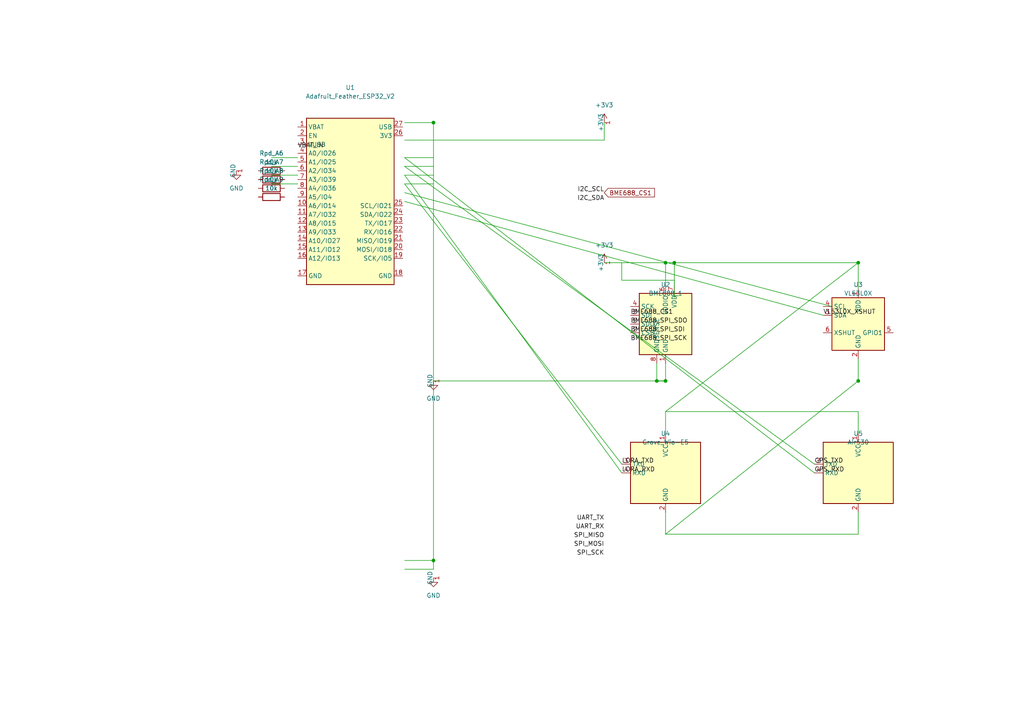
<source format=kicad_sch>
(kicad_sch (version 20231120) (generator "eeschema") (generator_version "8.0")
  (paper "A4")
  (lib_symbols
    (symbol "MCU_Module:Adafruit_Feather_ESP32_V2"
      (property "Reference" "U" (at -12.7 25.4 0))
      (property "Value" "Adafruit_Feather_ESP32_V2" (at 0 -25.4 0))
      (symbol "Adafruit_Feather_ESP32_V2_0_1"
        (rectangle (start -12.7 24.13) (end 12.7 -24.13) (stroke (width 0.254)) (fill (type background)))
      )
      (symbol "Adafruit_Feather_ESP32_V2_1_1"
        (pin power_out line (at -15.24 21.59 0) (length 2.54) (name "VBAT") (number "1"))
        (pin bidirectional line (at -15.24 -1.27 0) (length 2.54) (name "A6/IO14") (number "10"))
        (pin bidirectional line (at -15.24 -3.81 0) (length 2.54) (name "A7/IO32") (number "11"))
        (pin bidirectional line (at -15.24 -6.35 0) (length 2.54) (name "A8/IO15") (number "12"))
        (pin bidirectional line (at -15.24 -8.89 0) (length 2.54) (name "A9/IO33") (number "13"))
        (pin bidirectional line (at -15.24 -11.43 0) (length 2.54) (name "A10/IO27") (number "14"))
        (pin bidirectional line (at -15.24 -13.97 0) (length 2.54) (name "A11/IO12") (number "15"))
        (pin bidirectional line (at -15.24 -16.51 0) (length 2.54) (name "A12/IO13") (number "16"))
        (pin power_in line (at -15.24 -21.59 0) (length 2.54) (name "GND") (number "17"))
        (pin power_in line (at 15.24 -21.59 180) (length 2.54) (name "GND") (number "18"))
        (pin bidirectional line (at 15.24 -16.51 180) (length 2.54) (name "SCK/IO5") (number "19"))
        (pin input line (at -15.24 19.05 0) (length 2.54) (name "EN") (number "2"))
        (pin bidirectional line (at 15.24 -13.97 180) (length 2.54) (name "MOSI/IO18") (number "20"))
        (pin bidirectional line (at 15.24 -11.43 180) (length 2.54) (name "MISO/IO19") (number "21"))
        (pin bidirectional line (at 15.24 -8.89 180) (length 2.54) (name "RX/IO16") (number "22"))
        (pin bidirectional line (at 15.24 -6.35 180) (length 2.54) (name "TX/IO17") (number "23"))
        (pin bidirectional line (at 15.24 -3.81 180) (length 2.54) (name "SDA/IO22") (number "24"))
        (pin bidirectional line (at 15.24 -1.27 180) (length 2.54) (name "SCL/IO21") (number "25"))
        (pin power_out line (at 15.24 19.05 180) (length 2.54) (name "3V3") (number "26"))
        (pin power_in line (at 15.24 21.59 180) (length 2.54) (name "USB") (number "27"))
        (pin power_out line (at -15.24 16.51 0) (length 2.54) (name "VUSB") (number "3"))
        (pin bidirectional line (at -15.24 13.97 0) (length 2.54) (name "A0/IO26") (number "4"))
        (pin bidirectional line (at -15.24 11.43 0) (length 2.54) (name "A1/IO25") (number "5"))
        (pin bidirectional line (at -15.24 8.89 0) (length 2.54) (name "A2/IO34") (number "6"))
        (pin bidirectional line (at -15.24 6.35 0) (length 2.54) (name "A3/IO39") (number "7"))
        (pin bidirectional line (at -15.24 3.81 0) (length 2.54) (name "A4/IO36") (number "8"))
        (pin bidirectional line (at -15.24 1.27 0) (length 2.54) (name "A5/IO4") (number "9"))
      )
    )
    (symbol "Device:R" (pin_numbers hide) (pin_names (offset 0))
      (property "Reference" "R" (at 2.032 0 90))
      (property "Value" "R" (at 0 0 90))
      (symbol "R_0_1"
        (rectangle (start -1.016 -2.54) (end 1.016 2.54) (stroke (width 0.254)))
      )
      (symbol "R_1_1"
        (pin passive line (at 0 3.81 270) (length 1.27) (name "~") (number "1"))
        (pin passive line (at 0 -3.81 90) (length 1.27) (name "~") (number "2"))
      )
    )
    (symbol "power:GND" (power) (pin_names (offset 0))
      (property "Value" "GND" (at 0 -3.81 0))
      (symbol "GND_0_1"
        (polyline (pts (xy 0 0) (xy 0 -1.27) (xy 1.27 -1.27) (xy 0 -2.54) (xy -1.27 -1.27) (xy 0 -1.27)))
      )
      (symbol "GND_1_1"
        (pin power_in line (at 0 0 270) (length 0) (name "GND") (number "1"))
      )
    )
    (symbol "power:+3V3" (power) (pin_names (offset 0))
      (property "Value" "+3V3" (at 0 3.556 0))
      (symbol "+3V3_0_1"
        (polyline (pts (xy -0.762 1.27) (xy 0 2.54)))
        (polyline (pts (xy 0 0) (xy 0 2.54)))
        (polyline (pts (xy 0 2.54) (xy 0.762 1.27)))
      )
      (symbol "+3V3_1_1"
        (pin power_in line (at 0 0 90) (length 0) (name "+3V3") (number "1"))
      )
    )
    (symbol "Sensor_Environmental:BME688"
      (property "Reference" "U" (at -7.62 10.16 0))
      (property "Value" "BME688" (at 2.54 10.16 0))
      (symbol "BME688_0_1"
        (rectangle (start -7.62 8.89) (end 7.62 -8.89) (stroke (width 0.254)) (fill (type background)))
      )
      (symbol "BME688_1_1"
        (pin power_in line (at 0 -11.43 90) (length 2.54) (name "GND") (number "1"))
        (pin input line (at -10.16 -2.54 0) (length 2.54) (name "CSB") (number "2"))
        (pin bidirectional line (at -10.16 2.54 0) (length 2.54) (name "SDI") (number "3"))
        (pin input line (at -10.16 5.08 0) (length 2.54) (name "SCK") (number "4"))
        (pin output line (at -10.16 0 0) (length 2.54) (name "SDO") (number "5"))
        (pin power_in line (at 0 11.43 270) (length 2.54) (name "VDDIO") (number "6"))
        (pin power_in line (at 2.54 11.43 270) (length 2.54) (name "VDD") (number "7"))
        (pin power_in line (at -2.54 -11.43 90) (length 2.54) (name "GNDSENSE") (number "8"))
      )
    )
    (symbol "Sensor_Optical:VL53L0X"
      (property "Reference" "U" (at -7.62 8.89 0))
      (property "Value" "VL53L0X" (at 2.54 8.89 0))
      (symbol "VL53L0X_0_1"
        (rectangle (start -7.62 7.62) (end 7.62 -7.62) (stroke (width 0.254)) (fill (type background)))
      )
      (symbol "VL53L0X_1_1"
        (pin power_in line (at 0 10.16 270) (length 2.54) (name "VDD") (number "1"))
        (pin power_in line (at 0 -10.16 90) (length 2.54) (name "GND") (number "2"))
        (pin bidirectional line (at -10.16 2.54 0) (length 2.54) (name "SDA") (number "3"))
        (pin input line (at -10.16 5.08 0) (length 2.54) (name "SCL") (number "4"))
        (pin output line (at 10.16 -2.54 180) (length 2.54) (name "GPIO1") (number "5"))
        (pin input line (at -10.16 -2.54 0) (length 2.54) (name "XSHUT") (number "6"))
      )
    )
    (symbol "RF_Module:Grove_Wio-E5"
      (property "Reference" "U" (at -10.16 10.16 0))
      (property "Value" "Grove_Wio-E5" (at 2.54 10.16 0))
      (symbol "Grove_Wio-E5_0_1"
        (rectangle (start -10.16 8.89) (end 10.16 -8.89) (stroke (width 0.254)) (fill (type background)))
      )
      (symbol "Grove_Wio-E5_1_1"
        (pin power_in line (at 0 11.43 270) (length 2.54) (name "VCC") (number "1"))
        (pin power_in line (at 0 -11.43 90) (length 2.54) (name "GND") (number "2"))
        (pin input line (at -12.7 2.54 0) (length 2.54) (name "TXD") (number "3"))
        (pin output line (at -12.7 0 0) (length 2.54) (name "RXD") (number "4"))
      )
    )
    (symbol "RF_GPS:Air530"
      (property "Reference" "U" (at -10.16 10.16 0))
      (property "Value" "Air530" (at 2.54 10.16 0))
      (symbol "Air530_0_1"
        (rectangle (start -10.16 8.89) (end 10.16 -8.89) (stroke (width 0.254)) (fill (type background)))
      )
      (symbol "Air530_1_1"
        (pin power_in line (at 0 11.43 270) (length 2.54) (name "VCC") (number "1"))
        (pin power_in line (at 0 -11.43 90) (length 2.54) (name "GND") (number "2"))
        (pin output line (at -12.7 2.54 0) (length 2.54) (name "TXD") (number "3"))
        (pin input line (at -12.7 0 0) (length 2.54) (name "RXD") (number "4"))
      )
    )
  )
  (junction (at 125.73 35.56))
  (junction (at 125.73 162.56))
  (junction (at 193.04 76.2))
  (junction (at 195.58 76.2))
  (junction (at 248.92 76.2))
  (junction (at 193.04 110.49))
  (junction (at 190.5 110.49))
  (junction (at 248.92 110.49))
  (wire (pts (xy 86.36 45.72) (xy 78.74 45.72)))
  (wire (pts (xy 86.36 48.26) (xy 78.74 48.26)))
  (wire (pts (xy 86.36 50.8) (xy 78.74 50.8)))
  (wire (pts (xy 86.36 53.34) (xy 78.74 53.34)))
  (wire (pts (xy 117.348 45.72) (xy 125.73 45.72)))
  (wire (pts (xy 117.348 48.26) (xy 125.73 48.26)))
  (wire (pts (xy 117.348 50.8) (xy 125.73 50.8)))
  (wire (pts (xy 117.348 53.34) (xy 125.73 53.34)))
  (wire (pts (xy 125.73 35.56) (xy 117.348 35.56)))
  (wire (pts (xy 125.73 162.56) (xy 117.348 162.56)))
  (wire (pts (xy 125.73 165.1) (xy 117.348 165.1)))
  (wire (pts (xy 125.73 35.56) (xy 125.73 162.56)))
  (wire (pts (xy 125.73 162.56) (xy 125.73 165.1)))
  (wire (pts (xy 175.26 35.56) (xy 175.26 40.64)))
  (wire (pts (xy 175.26 40.64) (xy 117.348 40.64)))
  (wire (pts (xy 180.34 76.2) (xy 180.34 81.28)))
  (wire (pts (xy 180.34 81.28) (xy 195.58 81.28)))
  (wire (pts (xy 195.58 81.28) (xy 195.58 86.36)))
  (wire (pts (xy 193.04 82.55) (xy 193.04 76.2)))
  (wire (pts (xy 195.58 82.55) (xy 195.58 76.2)))
  (wire (pts (xy 193.04 105.41) (xy 193.04 110.49)))
  (wire (pts (xy 190.5 105.41) (xy 190.5 110.49)))
  (wire (pts (xy 248.92 83.82) (xy 248.92 76.2)))
  (wire (pts (xy 248.92 104.14) (xy 248.92 110.49)))
  (wire (pts (xy 193.04 125.73) (xy 193.04 119.38)))
  (wire (pts (xy 193.04 148.59) (xy 193.04 154.94)))
  (wire (pts (xy 248.92 125.73) (xy 248.92 119.38)))
  (wire (pts (xy 248.92 148.59) (xy 248.92 154.94)))
  (wire (pts (xy 175.26 76.2) (xy 193.04 76.2)))
  (wire (pts (xy 193.04 76.2) (xy 195.58 76.2)))
  (wire (pts (xy 195.58 76.2) (xy 248.92 76.2)))
  (wire (pts (xy 248.92 76.2) (xy 193.04 119.38)))
  (wire (pts (xy 193.04 119.38) (xy 248.92 119.38)))
  (wire (pts (xy 125.73 110.49) (xy 193.04 110.49)))
  (wire (pts (xy 193.04 110.49) (xy 190.5 110.49)))
  (wire (pts (xy 190.5 110.49) (xy 248.92 110.49)))
  (wire (pts (xy 248.92 110.49) (xy 193.04 154.94)))
  (wire (pts (xy 193.04 154.94) (xy 248.92 154.94)))
  (wire (pts (xy 117.348 58.42) (xy 238.76 91.44)))
  (wire (pts (xy 117.348 55.88) (xy 241.3 88.9)))
  (wire (pts (xy 117.348 53.34) (xy 180.34 134.62)))
  (wire (pts (xy 117.348 50.8) (xy 180.34 137.16)))
  (wire (pts (xy 117.348 48.26) (xy 236.22 134.62)))
  (wire (pts (xy 117.348 45.72) (xy 236.22 137.16)))
  (label "VBAT_IN" (at 86.36 43.18 0))
  (label "I2C_SDA" (at 175.26 58.42 180))
  (label "I2C_SCL" (at 175.26 55.88 180))
  (label "SPI_SCK" (at 175.26 161.29 180))
  (label "SPI_MOSI" (at 175.26 158.75 180))
  (label "SPI_MISO" (at 175.26 156.21 180))
  (label "UART_RX" (at 175.26 153.67 180))
  (label "UART_TX" (at 175.26 151.13 180))
  (label "BME688_SPI_SCK" (at 182.88 99.06 0))
  (label "BME688_SPI_SDI" (at 182.88 96.52 0))
  (label "BME688_SPI_SDO" (at 182.88 93.98 0))
  (label "BME688_CS1" (at 182.88 91.44 0))
  (label "VL53L0X_XSHUT" (at 238.76 91.44 0))
  (label "LORA_TXD" (at 180.34 134.62 0))
  (label "LORA_RXD" (at 180.34 137.16 0))
  (label "GPS_TXD" (at 236.22 134.62 0))
  (label "GPS_RXD" (at 236.22 137.16 0))
  (global_label "BME688_CS1" (shape input) (at 175.26 55.88 0) (property "Intersheetrefs" "${INTERSHEET_REFS}" (effects (hide yes))))
  (symbol (lib_id "MCU_Module:Adafruit_Feather_ESP32_V2") (at 101.6 58.42 0) (unit 1)
    (property "Reference" "U1" (at 101.6 25.4 0))
    (property "Value" "Adafruit_Feather_ESP32_V2" (at 101.6 27.94 0))
    (property "Footprint" "Module:Adafruit_Feather" (effects (hide yes)))
    (property "Datasheet" "https://learn.adafruit.com/adafruit-esp32-feather-v2" (effects (hide yes)))
    (property "Description" "Adafruit ESP32 Feather V2" (effects (hide yes)))
  )
  (symbol (lib_id "Device:R") (at 78.74 49.53 270) (unit 1)
    (property "Reference" "Rpd_A6" (at 78.74 44.45 90))
    (property "Value" "10k" (at 78.74 46.99 90))
    (property "Description" "Pull-down resistor for A6/IO14" (effects (hide yes)))
  )
  (symbol (lib_id "Device:R") (at 78.74 52.07 270) (unit 1)
    (property "Reference" "Rpd_A7" (at 78.74 46.99 90))
    (property "Value" "10k" (at 78.74 49.53 90))
    (property "Description" "Pull-down resistor for A7/IO32" (effects (hide yes)))
  )
  (symbol (lib_id "Device:R") (at 78.74 54.61 270) (unit 1)
    (property "Reference" "Rpd_A8" (at 78.74 49.53 90))
    (property "Value" "10k" (at 78.74 52.07 90))
    (property "Description" "Pull-down resistor for A8/IO15" (effects (hide yes)))
  )
  (symbol (lib_id "Device:R") (at 78.74 57.15 270) (unit 1)
    (property "Reference" "Rpd_A9" (at 78.74 52.07 90))
    (property "Value" "10k" (at 78.74 54.61 90))
    (property "Description" "Pull-down resistor for A9/IO33" (effects (hide yes)))
  )
  (symbol (lib_id "power:GND") (at 68.58 49.53 0) (unit 1)
    (property "Reference" "#PWR01" (effects (hide yes)))
    (property "Value" "GND" (at 68.58 54.61 0))
    (property "Description" "Power symbol creates a global label with name \"GND\" , ground" (effects (hide yes)))
  )
  (symbol (lib_id "power:GND") (at 125.73 167.64 0) (unit 1)
    (property "Reference" "#PWR02" (effects (hide yes)))
    (property "Value" "GND" (at 125.73 172.72 0))
    (property "Description" "Power symbol creates a global label with name \"GND\" , ground" (effects (hide yes)))
  )
  (symbol (lib_id "power:+3V3") (at 175.26 35.56 0) (unit 1)
    (property "Reference" "#PWR03" (effects (hide yes)))
    (property "Value" "+3V3" (at 175.26 30.48 0))
    (property "Description" "Power symbol creates a global label with name \"+3V3\"" (effects (hide yes)))
  )
  (symbol (lib_id "Sensor_Environmental:BME688") (at 193.04 93.98 0) (unit 1)
    (property "Reference" "U2" (at 193.04 82.55 0))
    (property "Value" "BME688_1" (at 193.04 85.09 0))
    (property "Footprint" "Package_LGA:Bosch_LGA-8_3x3mm_P0.8mm" (effects (hide yes)))
    (property "Datasheet" "https://www.bosch-sensortec.com/media/boschsensortec/downloads/datasheets/bst-bme688-ds000.pdf" (effects (hide yes)))
    (property "Description" "4-in-1 digital gas, humidity, pressure and temperature sensor with AI and I²C/SPI interface" (effects (hide yes)))
  )
  (symbol (lib_id "Sensor_Optical:VL53L0X") (at 248.92 93.98 0) (unit 1)
    (property "Reference" "U3" (at 248.92 82.55 0))
    (property "Value" "VL53L0X" (at 248.92 85.09 0))
    (property "Footprint" "Sensor_Optical:ST_VL53L0X" (effects (hide yes)))
    (property "Datasheet" "https://www.st.com/resource/en/datasheet/vl53l0x.pdf" (effects (hide yes)))
    (property "Description" "Time-of-Flight ranging sensor with I²C interface" (effects (hide yes)))
  )
  (symbol (lib_id "RF_Module:Grove_Wio-E5") (at 193.04 137.16 0) (unit 1)
    (property "Reference" "U4" (at 193.04 125.73 0))
    (property "Value" "Grove_Wio-E5" (at 193.04 128.27 0))
    (property "Datasheet" "https://files.seeedstudio.com/products/317990687/res/LoRa-E5%20module%20datasheet_V1.0.pdf" (effects (hide yes)))
    (property "Description" "LoRaWAN module with STM32WLE5JC" (effects (hide yes)))
  )
  (symbol (lib_id "RF_GPS:Air530") (at 248.92 137.16 0) (unit 1)
    (property "Reference" "U5" (at 248.92 125.73 0))
    (property "Value" "Air530" (at 248.92 128.27 0))
    (property "Datasheet" "http://www.ai-thinker.com/_media/esp32/docs/esp32-wroom-32_datasheet_en.pdf" (effects (hide yes)))
    (property "Description" "GPS GLONASS BDS receiver module" (effects (hide yes)))
  )
  (symbol (lib_id "power:+3V3") (at 175.26 76.2 0) (unit 1)
    (property "Reference" "#PWR04" (effects (hide yes)))
    (property "Value" "+3V3" (at 175.26 71.12 0))
    (property "Description" "Power symbol creates a global label with name \"+3V3\"" (effects (hide yes)))
  )
  (symbol (lib_id "power:GND") (at 125.73 110.49 0) (unit 1)
    (property "Reference" "#PWR05" (effects (hide yes)))
    (property "Value" "GND" (at 125.73 115.57 0))
    (property "Description" "Power symbol creates a global label with name \"GND\" , ground" (effects (hide yes)))
  )
)
</source>
